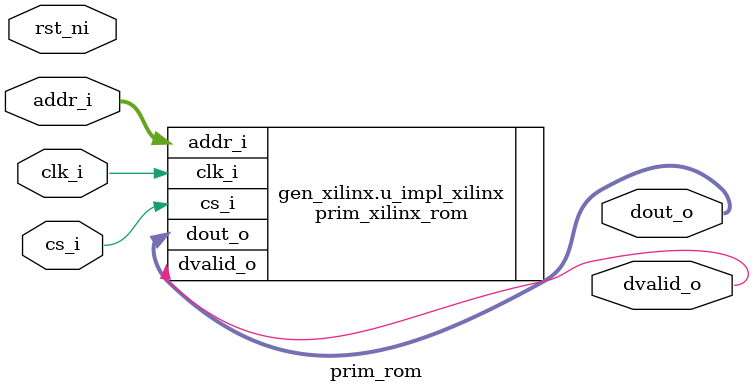
<source format=v>
module prim_rom (
	clk_i,
	rst_ni,
	addr_i,
	cs_i,
	dout_o,
	dvalid_o
);
	localparam prim_pkg_ImplXilinx = 1;
	parameter signed [31:0] Width = 32;
	parameter signed [31:0] Depth = 2048;
	parameter signed [31:0] Aw = $clog2(Depth);
	input clk_i;
	input rst_ni;
	input [Aw - 1:0] addr_i;
	input cs_i;
	output wire [Width - 1:0] dout_o;
	output wire dvalid_o;
	parameter integer Impl = prim_pkg_ImplXilinx;
	generate
		if (Impl == prim_pkg_ImplXilinx) begin : gen_xilinx
			prim_xilinx_rom #(
				.Aw(Aw),
				.Depth(Depth),
				.Width(Width)
			) u_impl_xilinx(
                                .clk_i(clk_i),
                                //.rst_ni(rst_ni),
                                .addr_i(addr_i),
                                .cs_i(cs_i),
                                .dout_o(dout_o),
                                .dvalid_o(dvalid_o)
                        );
		end
		else begin : gen_generic
			prim_generic_rom #(
				.Aw(Aw),
				.Depth(Depth),
				.Width(Width)
			) u_impl_generic(
                                .clk_i(clk_i),
                                .addr_i(addr_i),
                                .cs_i(cs_i),
                                .dout_o(dout_o),
                                .dvalid_o(dvalid_o)
                        );
		end
	endgenerate
endmodule

</source>
